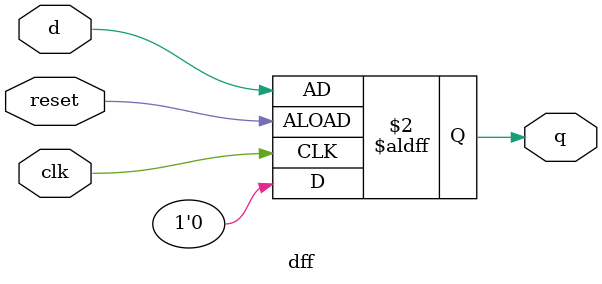
<source format=v>
module dff(input d,clk,reset,output reg q);
	always@(posedge clk or negedge reset) begin
		if (reset)
			q<=0;
		else
			q<=d;
	end
endmodule


</source>
